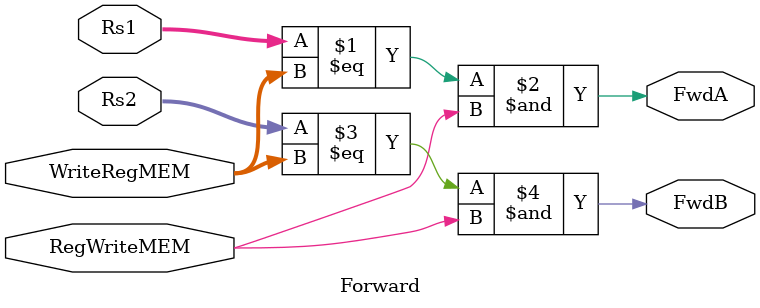
<source format=v>
module Forward(
    input RegWriteMEM,
    input [4:0] WriteRegMEM,
    input [4:0] Rs1,
    input [4:0] Rs2,
    output FwdA,
    output FwdB
    );
    assign FwdA = (Rs1 == WriteRegMEM) & RegWriteMEM;
    assign FwdB = (Rs2 == WriteRegMEM) & RegWriteMEM;
endmodule


</source>
